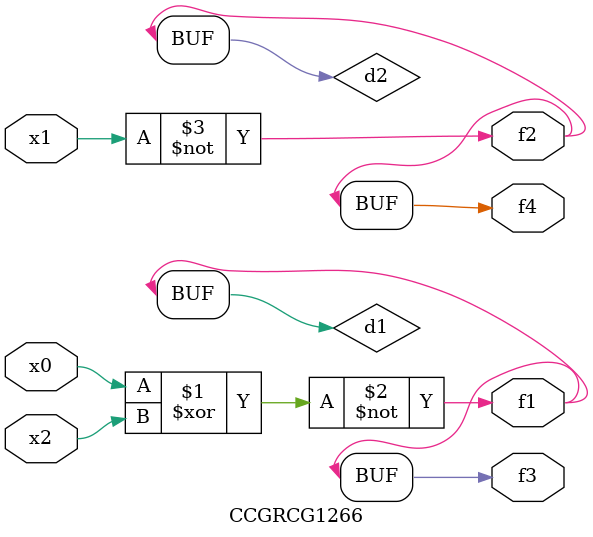
<source format=v>
module CCGRCG1266(
	input x0, x1, x2,
	output f1, f2, f3, f4
);

	wire d1, d2, d3;

	xnor (d1, x0, x2);
	nand (d2, x1);
	nor (d3, x1, x2);
	assign f1 = d1;
	assign f2 = d2;
	assign f3 = d1;
	assign f4 = d2;
endmodule

</source>
